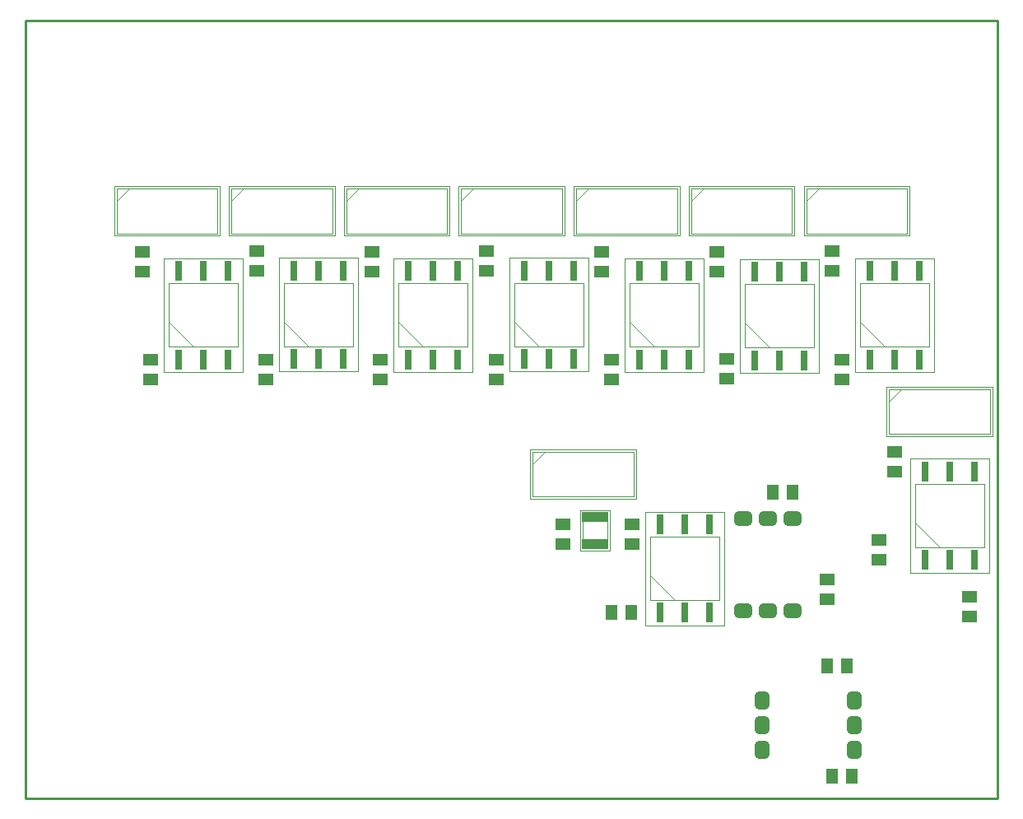
<source format=gtp>
G04*
G04 #@! TF.GenerationSoftware,Altium Limited,Altium Designer,20.0.13 (296)*
G04*
G04 Layer_Color=8421504*
%FSLAX44Y44*%
%MOMM*%
G71*
G01*
G75*
%ADD10C,0.2540*%
%ADD14C,0.1000*%
%ADD15C,0.0500*%
%ADD16R,2.7200X1.0200*%
%ADD17R,1.1430X1.5240*%
G04:AMPARAMS|DCode=18|XSize=1.52mm|YSize=1.78mm|CornerRadius=0.38mm|HoleSize=0mm|Usage=FLASHONLY|Rotation=180.000|XOffset=0mm|YOffset=0mm|HoleType=Round|Shape=RoundedRectangle|*
%AMROUNDEDRECTD18*
21,1,1.5200,1.0200,0,0,180.0*
21,1,0.7600,1.7800,0,0,180.0*
1,1,0.7600,-0.3800,0.5100*
1,1,0.7600,0.3800,0.5100*
1,1,0.7600,0.3800,-0.5100*
1,1,0.7600,-0.3800,-0.5100*
%
%ADD18ROUNDEDRECTD18*%
%ADD19R,1.5240X1.1430*%
G04:AMPARAMS|DCode=20|XSize=1.52mm|YSize=1.78mm|CornerRadius=0.38mm|HoleSize=0mm|Usage=FLASHONLY|Rotation=270.000|XOffset=0mm|YOffset=0mm|HoleType=Round|Shape=RoundedRectangle|*
%AMROUNDEDRECTD20*
21,1,1.5200,1.0200,0,0,270.0*
21,1,0.7600,1.7800,0,0,270.0*
1,1,0.7600,-0.5100,-0.3800*
1,1,0.7600,-0.5100,0.3800*
1,1,0.7600,0.5100,0.3800*
1,1,0.7600,0.5100,-0.3800*
%
%ADD20ROUNDEDRECTD20*%
%ADD21R,0.8000X2.1000*%
D10*
X-39880Y760730D02*
X960120D01*
Y560730D02*
Y760730D01*
Y160730D02*
Y560730D01*
Y-39270D02*
Y160730D01*
X-39880Y360730D02*
Y760730D01*
Y-39270D02*
Y360730D01*
X710120Y-39270D02*
X960120D01*
X210120D02*
X710120D01*
X-39880D02*
X210120D01*
D14*
X558600Y220220D02*
Y252220D01*
X533600Y220220D02*
X558600D01*
X533600D02*
Y252220D01*
X558600D01*
X602787Y164570D02*
Y229570D01*
X673988D01*
Y164570D02*
Y229570D01*
X602787Y164570D02*
X673988D01*
X602787Y189970D02*
X628187Y164570D01*
X481400Y316952D02*
X585400D01*
Y270952D02*
Y316952D01*
X481400Y270952D02*
X585400D01*
X481400D02*
Y316952D01*
Y304202D02*
X494150Y316952D01*
X848430Y381290D02*
X952430D01*
Y335290D02*
Y381290D01*
X848430Y335290D02*
X952430D01*
X848430D02*
Y381290D01*
Y368540D02*
X861180Y381290D01*
X818688Y425215D02*
Y490215D01*
X889887D01*
Y425215D02*
Y490215D01*
X818688Y425215D02*
X889887D01*
X818688Y450615D02*
X844088Y425215D01*
X699830Y424385D02*
Y489385D01*
X771030D01*
Y424385D02*
Y489385D01*
X699830Y424385D02*
X771030D01*
X699830Y449785D02*
X725230Y424385D01*
X581323Y425215D02*
Y490215D01*
X652523D01*
Y425215D02*
Y490215D01*
X581323Y425215D02*
X652523D01*
X581323Y450615D02*
X606723Y425215D01*
X463213Y425655D02*
Y490655D01*
X534412D01*
Y425655D02*
Y490655D01*
X463213Y425655D02*
X534412D01*
X463213Y451055D02*
X488613Y425655D01*
X343833Y425215D02*
Y490215D01*
X415033D01*
Y425215D02*
Y490215D01*
X343833Y425215D02*
X415033D01*
X343833Y450615D02*
X369233Y425215D01*
X226145Y425655D02*
Y490655D01*
X297345D01*
Y425655D02*
Y490655D01*
X226145Y425655D02*
X297345D01*
X226145Y451055D02*
X251545Y425655D01*
X107613Y425215D02*
Y490215D01*
X178813D01*
Y425215D02*
Y490215D01*
X107613Y425215D02*
X178813D01*
X107613Y450615D02*
X133013Y425215D01*
X874990Y218960D02*
Y283960D01*
X946190D01*
Y218960D02*
Y283960D01*
X874990Y218960D02*
X946190D01*
X874990Y244360D02*
X900390Y218960D01*
X53635Y587765D02*
X157635D01*
Y541765D02*
Y587765D01*
X53635Y541765D02*
X157635D01*
X53635D02*
Y587765D01*
Y575015D02*
X66385Y587765D01*
X289855D02*
X393855D01*
Y541765D02*
Y587765D01*
X289855Y541765D02*
X393855D01*
X289855D02*
Y587765D01*
Y575015D02*
X302605Y587765D01*
X171745D02*
X275745D01*
Y541765D02*
Y587765D01*
X171745Y541765D02*
X275745D01*
X171745D02*
Y587765D01*
Y575015D02*
X184495Y587765D01*
X407765D02*
X511765D01*
Y541765D02*
Y587765D01*
X407765Y541765D02*
X511765D01*
X407765D02*
Y587765D01*
Y575015D02*
X420515Y587765D01*
X526500D02*
X630500D01*
Y541765D02*
Y587765D01*
X526500Y541765D02*
X630500D01*
X526500D02*
Y587765D01*
Y575015D02*
X539250Y587765D01*
X644610D02*
X748610D01*
Y541765D02*
Y587765D01*
X644610Y541765D02*
X748610D01*
X644610D02*
Y587765D01*
Y575015D02*
X657360Y587765D01*
X763118D02*
X867117D01*
Y541765D02*
Y587765D01*
X763118Y541765D02*
X867117D01*
X763118D02*
Y587765D01*
Y575015D02*
X775867Y587765D01*
D15*
X561200Y215620D02*
Y256820D01*
X531000Y215620D02*
X561200D01*
X531000D02*
Y256820D01*
X561200D01*
X597788Y138570D02*
Y255570D01*
X678987D01*
Y138570D02*
Y255570D01*
X597788Y138570D02*
X678987D01*
X478900Y319453D02*
X587900D01*
Y268452D02*
Y319453D01*
X478900Y268452D02*
X587900D01*
X478900D02*
Y319453D01*
X845930Y383790D02*
X954930D01*
Y332790D02*
Y383790D01*
X845930Y332790D02*
X954930D01*
X845930D02*
Y383790D01*
X813688Y399215D02*
Y516215D01*
X894888D01*
Y399215D02*
Y516215D01*
X813688Y399215D02*
X894888D01*
X694830Y398385D02*
Y515385D01*
X776030D01*
Y398385D02*
Y515385D01*
X694830Y398385D02*
X776030D01*
X576323Y399215D02*
Y516215D01*
X657523D01*
Y399215D02*
Y516215D01*
X576323Y399215D02*
X657523D01*
X458213Y399655D02*
Y516655D01*
X539413D01*
Y399655D02*
Y516655D01*
X458213Y399655D02*
X539413D01*
X338833Y399215D02*
Y516215D01*
X420033D01*
Y399215D02*
Y516215D01*
X338833Y399215D02*
X420033D01*
X221145Y399655D02*
Y516655D01*
X302345D01*
Y399655D02*
Y516655D01*
X221145Y399655D02*
X302345D01*
X102612Y399215D02*
Y516215D01*
X183813D01*
Y399215D02*
Y516215D01*
X102612Y399215D02*
X183813D01*
X869990Y192960D02*
Y309960D01*
X951190D01*
Y192960D02*
Y309960D01*
X869990Y192960D02*
X951190D01*
X51135Y590265D02*
X160135D01*
Y539265D02*
Y590265D01*
X51135Y539265D02*
X160135D01*
X51135D02*
Y590265D01*
X287355D02*
X396355D01*
Y539265D02*
Y590265D01*
X287355Y539265D02*
X396355D01*
X287355D02*
Y590265D01*
X169245D02*
X278245D01*
Y539265D02*
Y590265D01*
X169245Y539265D02*
X278245D01*
X169245D02*
Y590265D01*
X405265D02*
X514265D01*
Y539265D02*
Y590265D01*
X405265Y539265D02*
X514265D01*
X405265D02*
Y590265D01*
X524000D02*
X633000D01*
Y539265D02*
Y590265D01*
X524000Y539265D02*
X633000D01*
X524000D02*
Y590265D01*
X642110D02*
X751110D01*
Y539265D02*
Y590265D01*
X642110Y539265D02*
X751110D01*
X642110D02*
Y590265D01*
X760618D02*
X869617D01*
Y539265D02*
Y590265D01*
X760618Y539265D02*
X869617D01*
X760618D02*
Y590265D01*
D16*
X546100Y250220D02*
D03*
Y222220D02*
D03*
D17*
X784860Y96520D02*
D03*
X805180D02*
D03*
X789940Y-16510D02*
D03*
X810260D02*
D03*
X728980Y275590D02*
D03*
X749300D02*
D03*
X562735Y151570D02*
D03*
X583055D02*
D03*
D18*
X717550Y60960D02*
D03*
X717550Y35560D02*
D03*
Y10160D02*
D03*
X812550Y60960D02*
D03*
Y35560D02*
D03*
Y10160D02*
D03*
D19*
X930910Y167640D02*
D03*
Y147320D02*
D03*
X784860Y185420D02*
D03*
Y165100D02*
D03*
X513080Y222250D02*
D03*
Y242570D02*
D03*
X584200Y242570D02*
D03*
Y222250D02*
D03*
X789617Y503215D02*
D03*
Y523535D02*
D03*
X800100Y391895D02*
D03*
Y412215D02*
D03*
X681242Y392335D02*
D03*
Y412655D02*
D03*
X671110Y502385D02*
D03*
Y522705D02*
D03*
X553000Y502385D02*
D03*
Y522705D02*
D03*
X562735Y391895D02*
D03*
Y412215D02*
D03*
X434265Y503655D02*
D03*
Y523975D02*
D03*
X444625Y391895D02*
D03*
Y412215D02*
D03*
X325245Y391895D02*
D03*
Y412215D02*
D03*
X316355Y502385D02*
D03*
Y522705D02*
D03*
X207135Y391895D02*
D03*
Y412215D02*
D03*
X198245Y503655D02*
D03*
Y523975D02*
D03*
X89025Y391895D02*
D03*
Y412215D02*
D03*
X80135Y502385D02*
D03*
Y522705D02*
D03*
X854287Y296960D02*
D03*
Y317280D02*
D03*
X838200Y226280D02*
D03*
Y205960D02*
D03*
D20*
X749300Y248670D02*
D03*
X723900D02*
D03*
X698500D02*
D03*
X749300Y153670D02*
D03*
X723900D02*
D03*
X698500Y153670D02*
D03*
D21*
X612987Y151570D02*
D03*
X638387D02*
D03*
X663787D02*
D03*
Y242570D02*
D03*
X638387D02*
D03*
X612987D02*
D03*
X828887Y412215D02*
D03*
X854287D02*
D03*
X879687D02*
D03*
Y503215D02*
D03*
X854287D02*
D03*
X828887D02*
D03*
X710030Y411385D02*
D03*
X735430D02*
D03*
X760830D02*
D03*
Y502385D02*
D03*
X735430D02*
D03*
X710030D02*
D03*
X591522Y412215D02*
D03*
X616922D02*
D03*
X642322D02*
D03*
Y503215D02*
D03*
X616922D02*
D03*
X591522D02*
D03*
X473412Y412655D02*
D03*
X498812D02*
D03*
X524212D02*
D03*
Y503655D02*
D03*
X498812D02*
D03*
X473412D02*
D03*
X354032Y412215D02*
D03*
X379432D02*
D03*
X404832D02*
D03*
Y503215D02*
D03*
X379432D02*
D03*
X354032D02*
D03*
X236345Y412655D02*
D03*
X261745D02*
D03*
X287145D02*
D03*
Y503655D02*
D03*
X261745D02*
D03*
X236345D02*
D03*
X117812Y412215D02*
D03*
X143212D02*
D03*
X168612D02*
D03*
Y503215D02*
D03*
X143212D02*
D03*
X117812D02*
D03*
X885190Y205960D02*
D03*
X910590D02*
D03*
X935990D02*
D03*
Y296960D02*
D03*
X910590D02*
D03*
X885190D02*
D03*
M02*

</source>
